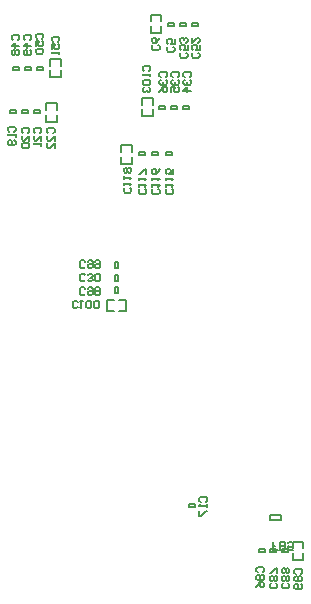
<source format=gbo>
G04 Layer_Color=32896*
%FSLAX25Y25*%
%MOIN*%
G70*
G01*
G75*
%ADD39C,0.00500*%
D39*
X375484Y219122D02*
Y220122D01*
X373484Y219122D02*
X375484D01*
X373484D02*
Y220122D01*
X375484D01*
X385714D02*
Y222422D01*
X389314D01*
Y220122D02*
Y222422D01*
Y216322D02*
Y218622D01*
X385714Y216322D02*
X389314D01*
X385714D02*
Y218622D01*
X423390Y220372D02*
Y221372D01*
X425390D01*
Y220372D02*
Y221372D01*
X423390Y220372D02*
X425390D01*
X427390D02*
Y221372D01*
X429390D01*
Y220372D02*
Y221372D01*
X427390Y220372D02*
X429390D01*
X431390D02*
Y221372D01*
X433390D01*
Y220372D02*
Y221372D01*
X431390Y220372D02*
X433390D01*
X421161Y218072D02*
Y220372D01*
X417561Y218072D02*
X421161D01*
X417561D02*
Y220372D01*
Y221872D02*
Y224172D01*
X421161D01*
Y221872D02*
Y224172D01*
X426318Y248178D02*
Y249178D01*
X428317D01*
Y248178D02*
Y249178D01*
X426318Y248178D02*
X428317D01*
X430317D02*
Y249178D01*
X432317D01*
Y248178D02*
Y249178D01*
X430317Y248178D02*
X432317D01*
X434317D02*
Y249178D01*
X436317D01*
Y248178D02*
Y249178D01*
X434317Y248178D02*
X436317D01*
X424088Y245878D02*
Y248178D01*
X420488Y245878D02*
X424088D01*
X420488D02*
Y248178D01*
Y249677D02*
Y251977D01*
X424088D01*
Y249677D02*
Y251977D01*
X376657Y233597D02*
Y234597D01*
X374657Y233597D02*
X376657D01*
X374657D02*
Y234597D01*
X376657D01*
X380657Y233597D02*
Y234597D01*
X378657Y233597D02*
X380657D01*
X378657D02*
Y234597D01*
X380657D01*
X384657Y233597D02*
Y234597D01*
X382657Y233597D02*
X384657D01*
X382657D02*
Y234597D01*
X384657D01*
X387057Y231047D02*
Y233347D01*
Y231047D02*
X390657D01*
Y233347D01*
Y234847D02*
Y237147D01*
X387057D02*
X390657D01*
X387057Y234847D02*
Y237147D01*
X408550Y159000D02*
X409550D01*
X408550D02*
Y161000D01*
X409550D01*
Y159000D02*
Y161000D01*
X408550Y163000D02*
X409550D01*
X408550D02*
Y165000D01*
X409550D01*
Y163000D02*
Y165000D01*
X408550Y167500D02*
X409550D01*
X408550D02*
Y169500D01*
X409550D01*
Y167500D02*
Y169500D01*
X409800Y156800D02*
X412100D01*
Y153200D02*
Y156800D01*
X409800Y153200D02*
X412100D01*
X406000D02*
X408300D01*
X406000D02*
Y156800D01*
X408300D01*
X410684Y206122D02*
Y208422D01*
X414284D01*
Y206122D02*
Y208422D01*
Y202322D02*
Y204622D01*
X410684Y202322D02*
X414284D01*
X410684D02*
Y204622D01*
X418484Y205122D02*
Y206122D01*
X416484Y205122D02*
X418484D01*
X416484D02*
Y206122D01*
X418484D01*
X422984Y205122D02*
Y206122D01*
X420984Y205122D02*
X422984D01*
X420984D02*
Y206122D01*
X422984D01*
X427526Y205114D02*
Y206114D01*
X425526Y205114D02*
X427526D01*
X425526D02*
Y206114D01*
X427526D01*
X456605Y73700D02*
X458605D01*
X456605Y72700D02*
Y73700D01*
Y72700D02*
X458605D01*
Y73700D01*
X460405D02*
X462405D01*
X460405Y72700D02*
Y73700D01*
Y72700D02*
X462405D01*
Y73700D01*
X464206D02*
X466206D01*
X464206Y72700D02*
Y73700D01*
Y72700D02*
X466206D01*
Y73700D01*
X467805Y74000D02*
Y76300D01*
X471406D01*
Y74000D02*
Y76300D01*
Y70200D02*
Y72500D01*
X467805Y70200D02*
X471406D01*
X467805D02*
Y72500D01*
X433121Y88705D02*
X435121D01*
X433121Y87705D02*
Y88705D01*
Y87705D02*
X435121D01*
Y88705D01*
X460405Y85100D02*
X464006D01*
X460405Y83600D02*
Y85100D01*
Y83600D02*
X464006D01*
Y85100D01*
X383484Y219122D02*
Y220122D01*
X381484Y219122D02*
X383484D01*
X381484D02*
Y220122D01*
X383484D01*
X379484Y219122D02*
Y220122D01*
X377484Y219122D02*
X379484D01*
X377484D02*
Y220122D01*
X379484D01*
X373402Y212956D02*
X372985Y213372D01*
Y214205D01*
X373402Y214622D01*
X375068D01*
X375484Y214205D01*
Y213372D01*
X375068Y212956D01*
X375484Y212123D02*
Y211290D01*
Y211706D01*
X372985D01*
X373402Y212123D01*
X375068Y210040D02*
X375484Y209624D01*
Y208790D01*
X375068Y208374D01*
X373402D01*
X372985Y208790D01*
Y209624D01*
X373402Y210040D01*
X373818D01*
X374235Y209624D01*
Y208374D01*
X386402Y212456D02*
X385985Y212872D01*
Y213705D01*
X386402Y214122D01*
X388068D01*
X388484Y213705D01*
Y212872D01*
X388068Y212456D01*
X388484Y209957D02*
Y211623D01*
X386818Y209957D01*
X386402D01*
X385985Y210373D01*
Y211206D01*
X386402Y211623D01*
X388484Y207457D02*
Y209123D01*
X386818Y207457D01*
X386402D01*
X385985Y207874D01*
Y208707D01*
X386402Y209123D01*
X423794Y231142D02*
X423377Y231558D01*
Y232392D01*
X423794Y232808D01*
X425460D01*
X425876Y232392D01*
Y231558D01*
X425460Y231142D01*
X423794Y230309D02*
X423377Y229892D01*
Y229059D01*
X423794Y228643D01*
X424210D01*
X424627Y229059D01*
Y229476D01*
Y229059D01*
X425043Y228643D01*
X425460D01*
X425876Y229059D01*
Y229892D01*
X425460Y230309D01*
X423377Y226144D02*
X423794Y226977D01*
X424627Y227810D01*
X425460D01*
X425876Y227393D01*
Y226560D01*
X425460Y226144D01*
X425043D01*
X424627Y226560D01*
Y227810D01*
X427794Y231142D02*
X427377Y231558D01*
Y232392D01*
X427794Y232808D01*
X429460D01*
X429876Y232392D01*
Y231558D01*
X429460Y231142D01*
X427794Y230309D02*
X427377Y229892D01*
Y229059D01*
X427794Y228643D01*
X428210D01*
X428627Y229059D01*
Y229476D01*
Y229059D01*
X429043Y228643D01*
X429460D01*
X429876Y229059D01*
Y229892D01*
X429460Y230309D01*
X427377Y226144D02*
Y227810D01*
X428627D01*
X428210Y226977D01*
Y226560D01*
X428627Y226144D01*
X429460D01*
X429876Y226560D01*
Y227393D01*
X429460Y227810D01*
X431794Y231142D02*
X431377Y231558D01*
Y232392D01*
X431794Y232808D01*
X433460D01*
X433876Y232392D01*
Y231558D01*
X433460Y231142D01*
X431794Y230309D02*
X431377Y229892D01*
Y229059D01*
X431794Y228643D01*
X432210D01*
X432627Y229059D01*
Y229476D01*
Y229059D01*
X433043Y228643D01*
X433460D01*
X433876Y229059D01*
Y229892D01*
X433460Y230309D01*
X433876Y226560D02*
X431377D01*
X432627Y227810D01*
Y226144D01*
X418294Y233142D02*
X417877Y233559D01*
Y234392D01*
X418294Y234808D01*
X419960D01*
X420376Y234392D01*
Y233559D01*
X419960Y233142D01*
X420376Y232309D02*
Y231476D01*
Y231892D01*
X417877D01*
X418294Y232309D01*
Y230226D02*
X417877Y229810D01*
Y228977D01*
X418294Y228560D01*
X419960D01*
X420376Y228977D01*
Y229810D01*
X419960Y230226D01*
X418294D01*
Y227727D02*
X417877Y227311D01*
Y226478D01*
X418294Y226061D01*
X418710D01*
X419127Y226478D01*
Y226894D01*
Y226478D01*
X419543Y226061D01*
X419960D01*
X420376Y226478D01*
Y227311D01*
X419960Y227727D01*
X428067Y241288D02*
X428484Y240872D01*
Y240038D01*
X428067Y239622D01*
X426401D01*
X425984Y240038D01*
Y240872D01*
X426401Y241288D01*
X428484Y243787D02*
Y242121D01*
X427234D01*
X427651Y242954D01*
Y243371D01*
X427234Y243787D01*
X426401D01*
X425984Y243371D01*
Y242538D01*
X426401Y242121D01*
X432386Y239280D02*
X432803Y238863D01*
Y238030D01*
X432386Y237614D01*
X430720D01*
X430304Y238030D01*
Y238863D01*
X430720Y239280D01*
X432803Y241779D02*
Y240113D01*
X431553D01*
X431970Y240946D01*
Y241363D01*
X431553Y241779D01*
X430720D01*
X430304Y241363D01*
Y240529D01*
X430720Y240113D01*
X432386Y242612D02*
X432803Y243029D01*
Y243862D01*
X432386Y244278D01*
X431970D01*
X431553Y243862D01*
Y243445D01*
Y243862D01*
X431137Y244278D01*
X430720D01*
X430304Y243862D01*
Y243029D01*
X430720Y242612D01*
X436386Y239280D02*
X436803Y238863D01*
Y238030D01*
X436386Y237614D01*
X434720D01*
X434304Y238030D01*
Y238863D01*
X434720Y239280D01*
X436803Y241779D02*
Y240113D01*
X435553D01*
X435970Y240946D01*
Y241363D01*
X435553Y241779D01*
X434720D01*
X434304Y241363D01*
Y240529D01*
X434720Y240113D01*
X434304Y244278D02*
Y242612D01*
X435970Y244278D01*
X436386D01*
X436803Y243862D01*
Y243029D01*
X436386Y242612D01*
X423067Y241788D02*
X423484Y241371D01*
Y240538D01*
X423067Y240122D01*
X421401D01*
X420984Y240538D01*
Y241371D01*
X421401Y241788D01*
X423484Y244287D02*
X423067Y243454D01*
X422234Y242621D01*
X421401D01*
X420984Y243038D01*
Y243871D01*
X421401Y244287D01*
X421817D01*
X422234Y243871D01*
Y242621D01*
X374583Y243464D02*
X374166Y243881D01*
Y244713D01*
X374583Y245130D01*
X376249D01*
X376665Y244713D01*
Y243881D01*
X376249Y243464D01*
X376665Y241381D02*
X374166D01*
X375415Y242631D01*
Y240965D01*
X374583Y240132D02*
X374166Y239715D01*
Y238882D01*
X374583Y238466D01*
X374999D01*
X375415Y238882D01*
X375832Y238466D01*
X376249D01*
X376665Y238882D01*
Y239715D01*
X376249Y240132D01*
X375832D01*
X375415Y239715D01*
X374999Y240132D01*
X374583D01*
X375415Y239715D02*
Y238882D01*
X378583Y243464D02*
X378166Y243881D01*
Y244713D01*
X378583Y245130D01*
X380249D01*
X380665Y244713D01*
Y243881D01*
X380249Y243464D01*
X380665Y241381D02*
X378166D01*
X379415Y242631D01*
Y240965D01*
X380249Y240132D02*
X380665Y239715D01*
Y238882D01*
X380249Y238466D01*
X378583D01*
X378166Y238882D01*
Y239715D01*
X378583Y240132D01*
X378999D01*
X379415Y239715D01*
Y238466D01*
X382582Y243964D02*
X382166Y244380D01*
Y245214D01*
X382582Y245630D01*
X384249D01*
X384665Y245214D01*
Y244380D01*
X384249Y243964D01*
X382166Y241465D02*
Y243131D01*
X383416D01*
X382999Y242298D01*
Y241881D01*
X383416Y241465D01*
X384249D01*
X384665Y241881D01*
Y242714D01*
X384249Y243131D01*
X382582Y240632D02*
X382166Y240215D01*
Y239382D01*
X382582Y238966D01*
X384249D01*
X384665Y239382D01*
Y240215D01*
X384249Y240632D01*
X382582D01*
X387902Y242956D02*
X387485Y243372D01*
Y244205D01*
X387902Y244622D01*
X389568D01*
X389984Y244205D01*
Y243372D01*
X389568Y242956D01*
X387485Y240457D02*
Y242123D01*
X388735D01*
X388318Y241290D01*
Y240873D01*
X388735Y240457D01*
X389568D01*
X389984Y240873D01*
Y241706D01*
X389568Y242123D01*
X389984Y239623D02*
Y238790D01*
Y239207D01*
X387485D01*
X387902Y239623D01*
X398658Y158925D02*
X398241Y158509D01*
X397408D01*
X396992Y158925D01*
Y160592D01*
X397408Y161008D01*
X398241D01*
X398658Y160592D01*
X399491D02*
X399907Y161008D01*
X400741D01*
X401157Y160592D01*
Y158925D01*
X400741Y158509D01*
X399907D01*
X399491Y158925D01*
Y159342D01*
X399907Y159759D01*
X401157D01*
X401990Y158925D02*
X402407Y158509D01*
X403240D01*
X403656Y158925D01*
Y159342D01*
X403240Y159759D01*
X403656Y160175D01*
Y160592D01*
X403240Y161008D01*
X402407D01*
X401990Y160592D01*
Y160175D01*
X402407Y159759D01*
X401990Y159342D01*
Y158925D01*
X402407Y159759D02*
X403240D01*
X398658Y163426D02*
X398241Y163009D01*
X397408D01*
X396992Y163426D01*
Y165092D01*
X397408Y165508D01*
X398241D01*
X398658Y165092D01*
X399491Y163426D02*
X399907Y163009D01*
X400741D01*
X401157Y163426D01*
Y163842D01*
X400741Y164259D01*
X400324D01*
X400741D01*
X401157Y164675D01*
Y165092D01*
X400741Y165508D01*
X399907D01*
X399491Y165092D01*
X401990Y163426D02*
X402407Y163009D01*
X403240D01*
X403656Y163426D01*
Y165092D01*
X403240Y165508D01*
X402407D01*
X401990Y165092D01*
Y163426D01*
X398658Y167926D02*
X398241Y167509D01*
X397408D01*
X396992Y167926D01*
Y169592D01*
X397408Y170008D01*
X398241D01*
X398658Y169592D01*
X399491D02*
X399907Y170008D01*
X400741D01*
X401157Y169592D01*
Y167926D01*
X400741Y167509D01*
X399907D01*
X399491Y167926D01*
Y168342D01*
X399907Y168759D01*
X401157D01*
X401990Y169592D02*
X402407Y170008D01*
X403240D01*
X403656Y169592D01*
Y167926D01*
X403240Y167509D01*
X402407D01*
X401990Y167926D01*
Y168342D01*
X402407Y168759D01*
X403656D01*
X396158Y154426D02*
X395741Y154009D01*
X394908D01*
X394492Y154426D01*
Y156092D01*
X394908Y156508D01*
X395741D01*
X396158Y156092D01*
X396991Y156508D02*
X397824D01*
X397408D01*
Y154009D01*
X396991Y154426D01*
X399074D02*
X399490Y154009D01*
X400323D01*
X400740Y154426D01*
Y156092D01*
X400323Y156508D01*
X399490D01*
X399074Y156092D01*
Y154426D01*
X401573D02*
X401989Y154009D01*
X402822D01*
X403239Y154426D01*
Y156092D01*
X402822Y156508D01*
X401989D01*
X401573Y156092D01*
Y154426D01*
X413525Y194296D02*
X413942Y193880D01*
Y193047D01*
X413525Y192630D01*
X411859D01*
X411443Y193047D01*
Y193880D01*
X411859Y194296D01*
X411443Y195129D02*
Y195962D01*
Y195546D01*
X413942D01*
X413525Y195129D01*
X411443Y197212D02*
Y198045D01*
Y197628D01*
X413942D01*
X413525Y197212D01*
Y199295D02*
X413942Y199711D01*
Y200544D01*
X413525Y200961D01*
X413109D01*
X412692Y200544D01*
X412276Y200961D01*
X411859D01*
X411443Y200544D01*
Y199711D01*
X411859Y199295D01*
X412276D01*
X412692Y199711D01*
X413109Y199295D01*
X413525D01*
X412692Y199711D02*
Y200544D01*
X418525Y193796D02*
X418942Y193380D01*
Y192547D01*
X418525Y192130D01*
X416859D01*
X416443Y192547D01*
Y193380D01*
X416859Y193796D01*
X416443Y194629D02*
Y195462D01*
Y195046D01*
X418942D01*
X418525Y194629D01*
X416443Y196712D02*
Y197545D01*
Y197128D01*
X418942D01*
X418525Y196712D01*
X418942Y198795D02*
Y200461D01*
X418525D01*
X416859Y198795D01*
X416443D01*
X423025Y193796D02*
X423442Y193380D01*
Y192547D01*
X423025Y192130D01*
X421359D01*
X420943Y192547D01*
Y193380D01*
X421359Y193796D01*
X420943Y194629D02*
Y195462D01*
Y195046D01*
X423442D01*
X423025Y194629D01*
X420943Y196712D02*
Y197545D01*
Y197128D01*
X423442D01*
X423025Y196712D01*
X423442Y200461D02*
X423025Y199628D01*
X422192Y198795D01*
X421359D01*
X420943Y199211D01*
Y200044D01*
X421359Y200461D01*
X421776D01*
X422192Y200044D01*
Y198795D01*
X427567Y193788D02*
X427984Y193371D01*
Y192538D01*
X427567Y192122D01*
X425901D01*
X425484Y192538D01*
Y193371D01*
X425901Y193788D01*
X425484Y194621D02*
Y195454D01*
Y195038D01*
X427984D01*
X427567Y194621D01*
X425484Y196704D02*
Y197537D01*
Y197120D01*
X427984D01*
X427567Y196704D01*
X427984Y200452D02*
Y198786D01*
X426734D01*
X427151Y199619D01*
Y200036D01*
X426734Y200452D01*
X425901D01*
X425484Y200036D01*
Y199203D01*
X425901Y198786D01*
X456115Y66042D02*
X455698Y66459D01*
Y67292D01*
X456115Y67708D01*
X457781D01*
X458197Y67292D01*
Y66459D01*
X457781Y66042D01*
X456115Y65209D02*
X455698Y64792D01*
Y63959D01*
X456115Y63543D01*
X456531D01*
X456948Y63959D01*
X457364Y63543D01*
X457781D01*
X458197Y63959D01*
Y64792D01*
X457781Y65209D01*
X457364D01*
X456948Y64792D01*
X456531Y65209D01*
X456115D01*
X456948Y64792D02*
Y63959D01*
X455698Y61044D02*
X456115Y61877D01*
X456948Y62710D01*
X457781D01*
X458197Y62293D01*
Y61460D01*
X457781Y61044D01*
X457364D01*
X456948Y61460D01*
Y62710D01*
X462280Y62374D02*
X462697Y61958D01*
Y61125D01*
X462280Y60708D01*
X460614D01*
X460197Y61125D01*
Y61958D01*
X460614Y62374D01*
X462280Y63207D02*
X462697Y63624D01*
Y64457D01*
X462280Y64873D01*
X461863D01*
X461447Y64457D01*
X461030Y64873D01*
X460614D01*
X460197Y64457D01*
Y63624D01*
X460614Y63207D01*
X461030D01*
X461447Y63624D01*
X461863Y63207D01*
X462280D01*
X461447Y63624D02*
Y64457D01*
X462697Y65707D02*
Y67373D01*
X462280D01*
X460614Y65707D01*
X460197D01*
X466280Y62374D02*
X466697Y61958D01*
Y61125D01*
X466280Y60708D01*
X464614D01*
X464197Y61125D01*
Y61958D01*
X464614Y62374D01*
X466280Y63207D02*
X466697Y63624D01*
Y64457D01*
X466280Y64873D01*
X465863D01*
X465447Y64457D01*
X465030Y64873D01*
X464614D01*
X464197Y64457D01*
Y63624D01*
X464614Y63207D01*
X465030D01*
X465447Y63624D01*
X465863Y63207D01*
X466280D01*
X465447Y63624D02*
Y64457D01*
X466280Y65707D02*
X466697Y66123D01*
Y66956D01*
X466280Y67373D01*
X465863D01*
X465447Y66956D01*
X465030Y67373D01*
X464614D01*
X464197Y66956D01*
Y66123D01*
X464614Y65707D01*
X465030D01*
X465447Y66123D01*
X465863Y65707D01*
X466280D01*
X465447Y66123D02*
Y66956D01*
X468828Y65542D02*
X468412Y65959D01*
Y66792D01*
X468828Y67208D01*
X470495D01*
X470911Y66792D01*
Y65959D01*
X470495Y65542D01*
X468828Y64709D02*
X468412Y64292D01*
Y63459D01*
X468828Y63043D01*
X469245D01*
X469661Y63459D01*
X470078Y63043D01*
X470495D01*
X470911Y63459D01*
Y64292D01*
X470495Y64709D01*
X470078D01*
X469661Y64292D01*
X469245Y64709D01*
X468828D01*
X469661Y64292D02*
Y63459D01*
X470495Y62210D02*
X470911Y61793D01*
Y60960D01*
X470495Y60544D01*
X468828D01*
X468412Y60960D01*
Y61793D01*
X468828Y62210D01*
X469245D01*
X469661Y61793D01*
Y60544D01*
X437115Y89542D02*
X436698Y89959D01*
Y90792D01*
X437115Y91208D01*
X438781D01*
X439197Y90792D01*
Y89959D01*
X438781Y89542D01*
X439197Y88709D02*
Y87876D01*
Y88292D01*
X436698D01*
X437115Y88709D01*
X436698Y86626D02*
Y84960D01*
X437115D01*
X438781Y86626D01*
X439197D01*
X462822Y73651D02*
X461156D01*
Y74900D01*
X461989D01*
X461156D01*
Y76150D01*
X463655Y73651D02*
Y76150D01*
X464904D01*
X465321Y75734D01*
Y75317D01*
X464904Y74900D01*
X463655D01*
X464904D01*
X465321Y74484D01*
Y74067D01*
X464904Y73651D01*
X463655D01*
X467820D02*
X466154D01*
Y74900D01*
X466987Y74484D01*
X467404D01*
X467820Y74900D01*
Y75734D01*
X467404Y76150D01*
X466570D01*
X466154Y75734D01*
X381902Y212456D02*
X381485Y212872D01*
Y213705D01*
X381902Y214122D01*
X383568D01*
X383984Y213705D01*
Y212872D01*
X383568Y212456D01*
X383984Y209957D02*
Y211623D01*
X382318Y209957D01*
X381902D01*
X381485Y210373D01*
Y211206D01*
X381902Y211623D01*
X383984Y209123D02*
Y208291D01*
Y208707D01*
X381485D01*
X381902Y209123D01*
X377902Y212456D02*
X377485Y212872D01*
Y213705D01*
X377902Y214122D01*
X379568D01*
X379984Y213705D01*
Y212872D01*
X379568Y212456D01*
X379984Y209957D02*
Y211623D01*
X378318Y209957D01*
X377902D01*
X377485Y210373D01*
Y211206D01*
X377902Y211623D01*
Y209123D02*
X377485Y208707D01*
Y207874D01*
X377902Y207457D01*
X379568D01*
X379984Y207874D01*
Y208707D01*
X379568Y209123D01*
X377902D01*
M02*

</source>
